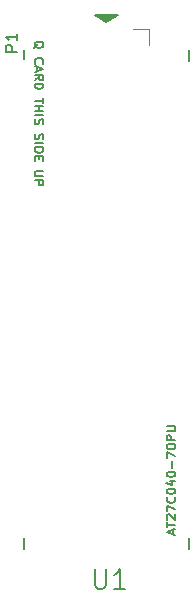
<source format=gbr>
%TF.GenerationSoftware,KiCad,Pcbnew,(6.0.7-1)-1*%
%TF.CreationDate,2023-01-02T14:41:07-08:00*%
%TF.ProjectId,QCard,51436172-642e-46b6-9963-61645f706362,rev?*%
%TF.SameCoordinates,Original*%
%TF.FileFunction,Legend,Top*%
%TF.FilePolarity,Positive*%
%FSLAX46Y46*%
G04 Gerber Fmt 4.6, Leading zero omitted, Abs format (unit mm)*
G04 Created by KiCad (PCBNEW (6.0.7-1)-1) date 2023-01-02 14:41:07*
%MOMM*%
%LPD*%
G01*
G04 APERTURE LIST*
%ADD10C,0.150000*%
%ADD11C,0.120000*%
%ADD12C,0.152400*%
G04 APERTURE END LIST*
D10*
G36*
X93500000Y-51000000D02*
G01*
X92500000Y-50400000D01*
X94500000Y-50400000D01*
X93500000Y-51000000D01*
G37*
X93500000Y-51000000D02*
X92500000Y-50400000D01*
X94500000Y-50400000D01*
X93500000Y-51000000D01*
X85952380Y-53488095D02*
X84952380Y-53488095D01*
X84952380Y-53107142D01*
X85000000Y-53011904D01*
X85047619Y-52964285D01*
X85142857Y-52916666D01*
X85285714Y-52916666D01*
X85380952Y-52964285D01*
X85428571Y-53011904D01*
X85476190Y-53107142D01*
X85476190Y-53488095D01*
X85952380Y-51964285D02*
X85952380Y-52535714D01*
X85952380Y-52250000D02*
X84952380Y-52250000D01*
X85095238Y-52345238D01*
X85190476Y-52440476D01*
X85238095Y-52535714D01*
X87339285Y-53214285D02*
X87375000Y-53142857D01*
X87446428Y-53071428D01*
X87553571Y-52964285D01*
X87589285Y-52892857D01*
X87589285Y-52821428D01*
X87410714Y-52857142D02*
X87446428Y-52785714D01*
X87517857Y-52714285D01*
X87660714Y-52678571D01*
X87910714Y-52678571D01*
X88053571Y-52714285D01*
X88125000Y-52785714D01*
X88160714Y-52857142D01*
X88160714Y-53000000D01*
X88125000Y-53071428D01*
X88053571Y-53142857D01*
X87910714Y-53178571D01*
X87660714Y-53178571D01*
X87517857Y-53142857D01*
X87446428Y-53071428D01*
X87410714Y-53000000D01*
X87410714Y-52857142D01*
X87482142Y-54500000D02*
X87446428Y-54464285D01*
X87410714Y-54357142D01*
X87410714Y-54285714D01*
X87446428Y-54178571D01*
X87517857Y-54107142D01*
X87589285Y-54071428D01*
X87732142Y-54035714D01*
X87839285Y-54035714D01*
X87982142Y-54071428D01*
X88053571Y-54107142D01*
X88125000Y-54178571D01*
X88160714Y-54285714D01*
X88160714Y-54357142D01*
X88125000Y-54464285D01*
X88089285Y-54500000D01*
X87625000Y-54785714D02*
X87625000Y-55142857D01*
X87410714Y-54714285D02*
X88160714Y-54964285D01*
X87410714Y-55214285D01*
X87410714Y-55892857D02*
X87767857Y-55642857D01*
X87410714Y-55464285D02*
X88160714Y-55464285D01*
X88160714Y-55750000D01*
X88125000Y-55821428D01*
X88089285Y-55857142D01*
X88017857Y-55892857D01*
X87910714Y-55892857D01*
X87839285Y-55857142D01*
X87803571Y-55821428D01*
X87767857Y-55750000D01*
X87767857Y-55464285D01*
X87410714Y-56214285D02*
X88160714Y-56214285D01*
X88160714Y-56392857D01*
X88125000Y-56500000D01*
X88053571Y-56571428D01*
X87982142Y-56607142D01*
X87839285Y-56642857D01*
X87732142Y-56642857D01*
X87589285Y-56607142D01*
X87517857Y-56571428D01*
X87446428Y-56500000D01*
X87410714Y-56392857D01*
X87410714Y-56214285D01*
X88160714Y-57428571D02*
X88160714Y-57857142D01*
X87410714Y-57642857D02*
X88160714Y-57642857D01*
X87410714Y-58107142D02*
X88160714Y-58107142D01*
X87803571Y-58107142D02*
X87803571Y-58535714D01*
X87410714Y-58535714D02*
X88160714Y-58535714D01*
X87410714Y-58892857D02*
X88160714Y-58892857D01*
X87446428Y-59214285D02*
X87410714Y-59321428D01*
X87410714Y-59500000D01*
X87446428Y-59571428D01*
X87482142Y-59607142D01*
X87553571Y-59642857D01*
X87625000Y-59642857D01*
X87696428Y-59607142D01*
X87732142Y-59571428D01*
X87767857Y-59500000D01*
X87803571Y-59357142D01*
X87839285Y-59285714D01*
X87875000Y-59250000D01*
X87946428Y-59214285D01*
X88017857Y-59214285D01*
X88089285Y-59250000D01*
X88125000Y-59285714D01*
X88160714Y-59357142D01*
X88160714Y-59535714D01*
X88125000Y-59642857D01*
X87446428Y-60500000D02*
X87410714Y-60607142D01*
X87410714Y-60785714D01*
X87446428Y-60857142D01*
X87482142Y-60892857D01*
X87553571Y-60928571D01*
X87625000Y-60928571D01*
X87696428Y-60892857D01*
X87732142Y-60857142D01*
X87767857Y-60785714D01*
X87803571Y-60642857D01*
X87839285Y-60571428D01*
X87875000Y-60535714D01*
X87946428Y-60500000D01*
X88017857Y-60500000D01*
X88089285Y-60535714D01*
X88125000Y-60571428D01*
X88160714Y-60642857D01*
X88160714Y-60821428D01*
X88125000Y-60928571D01*
X87410714Y-61250000D02*
X88160714Y-61250000D01*
X87410714Y-61607142D02*
X88160714Y-61607142D01*
X88160714Y-61785714D01*
X88125000Y-61892857D01*
X88053571Y-61964285D01*
X87982142Y-62000000D01*
X87839285Y-62035714D01*
X87732142Y-62035714D01*
X87589285Y-62000000D01*
X87517857Y-61964285D01*
X87446428Y-61892857D01*
X87410714Y-61785714D01*
X87410714Y-61607142D01*
X87803571Y-62357142D02*
X87803571Y-62607142D01*
X87410714Y-62714285D02*
X87410714Y-62357142D01*
X88160714Y-62357142D01*
X88160714Y-62714285D01*
X88160714Y-63607142D02*
X87553571Y-63607142D01*
X87482142Y-63642857D01*
X87446428Y-63678571D01*
X87410714Y-63750000D01*
X87410714Y-63892857D01*
X87446428Y-63964285D01*
X87482142Y-64000000D01*
X87553571Y-64035714D01*
X88160714Y-64035714D01*
X87410714Y-64392857D02*
X88160714Y-64392857D01*
X88160714Y-64678571D01*
X88125000Y-64750000D01*
X88089285Y-64785714D01*
X88017857Y-64821428D01*
X87910714Y-64821428D01*
X87839285Y-64785714D01*
X87803571Y-64750000D01*
X87767857Y-64678571D01*
X87767857Y-64392857D01*
%TO.C,U1*%
X92502488Y-97326387D02*
X92502488Y-98654312D01*
X92580601Y-98810539D01*
X92658714Y-98888652D01*
X92814941Y-98966765D01*
X93127394Y-98966765D01*
X93283620Y-98888652D01*
X93361733Y-98810539D01*
X93439847Y-98654312D01*
X93439847Y-97326387D01*
X95080225Y-98966765D02*
X94142866Y-98966765D01*
X94611545Y-98966765D02*
X94611545Y-97326387D01*
X94455319Y-97560727D01*
X94299092Y-97716953D01*
X94142866Y-97795067D01*
X99125000Y-94321428D02*
X99125000Y-93964285D01*
X99339285Y-94392857D02*
X98589285Y-94142857D01*
X99339285Y-93892857D01*
X98589285Y-93750000D02*
X98589285Y-93321428D01*
X99339285Y-93535714D02*
X98589285Y-93535714D01*
X98660714Y-93107142D02*
X98625000Y-93071428D01*
X98589285Y-93000000D01*
X98589285Y-92821428D01*
X98625000Y-92750000D01*
X98660714Y-92714285D01*
X98732142Y-92678571D01*
X98803571Y-92678571D01*
X98910714Y-92714285D01*
X99339285Y-93142857D01*
X99339285Y-92678571D01*
X98589285Y-92428571D02*
X98589285Y-91928571D01*
X99339285Y-92250000D01*
X99267857Y-91214285D02*
X99303571Y-91250000D01*
X99339285Y-91357142D01*
X99339285Y-91428571D01*
X99303571Y-91535714D01*
X99232142Y-91607142D01*
X99160714Y-91642857D01*
X99017857Y-91678571D01*
X98910714Y-91678571D01*
X98767857Y-91642857D01*
X98696428Y-91607142D01*
X98625000Y-91535714D01*
X98589285Y-91428571D01*
X98589285Y-91357142D01*
X98625000Y-91250000D01*
X98660714Y-91214285D01*
X98589285Y-90750000D02*
X98589285Y-90678571D01*
X98625000Y-90607142D01*
X98660714Y-90571428D01*
X98732142Y-90535714D01*
X98875000Y-90500000D01*
X99053571Y-90500000D01*
X99196428Y-90535714D01*
X99267857Y-90571428D01*
X99303571Y-90607142D01*
X99339285Y-90678571D01*
X99339285Y-90750000D01*
X99303571Y-90821428D01*
X99267857Y-90857142D01*
X99196428Y-90892857D01*
X99053571Y-90928571D01*
X98875000Y-90928571D01*
X98732142Y-90892857D01*
X98660714Y-90857142D01*
X98625000Y-90821428D01*
X98589285Y-90750000D01*
X98839285Y-89857142D02*
X99339285Y-89857142D01*
X98553571Y-90035714D02*
X99089285Y-90214285D01*
X99089285Y-89750000D01*
X98589285Y-89321428D02*
X98589285Y-89250000D01*
X98625000Y-89178571D01*
X98660714Y-89142857D01*
X98732142Y-89107142D01*
X98875000Y-89071428D01*
X99053571Y-89071428D01*
X99196428Y-89107142D01*
X99267857Y-89142857D01*
X99303571Y-89178571D01*
X99339285Y-89250000D01*
X99339285Y-89321428D01*
X99303571Y-89392857D01*
X99267857Y-89428571D01*
X99196428Y-89464285D01*
X99053571Y-89500000D01*
X98875000Y-89500000D01*
X98732142Y-89464285D01*
X98660714Y-89428571D01*
X98625000Y-89392857D01*
X98589285Y-89321428D01*
X99053571Y-88750000D02*
X99053571Y-88178571D01*
X98589285Y-87892857D02*
X98589285Y-87392857D01*
X99339285Y-87714285D01*
X98589285Y-86964285D02*
X98589285Y-86892857D01*
X98625000Y-86821428D01*
X98660714Y-86785714D01*
X98732142Y-86750000D01*
X98875000Y-86714285D01*
X99053571Y-86714285D01*
X99196428Y-86750000D01*
X99267857Y-86785714D01*
X99303571Y-86821428D01*
X99339285Y-86892857D01*
X99339285Y-86964285D01*
X99303571Y-87035714D01*
X99267857Y-87071428D01*
X99196428Y-87107142D01*
X99053571Y-87142857D01*
X98875000Y-87142857D01*
X98732142Y-87107142D01*
X98660714Y-87071428D01*
X98625000Y-87035714D01*
X98589285Y-86964285D01*
X99339285Y-86392857D02*
X98589285Y-86392857D01*
X98589285Y-86107142D01*
X98625000Y-86035714D01*
X98660714Y-86000000D01*
X98732142Y-85964285D01*
X98839285Y-85964285D01*
X98910714Y-86000000D01*
X98946428Y-86035714D01*
X98982142Y-86107142D01*
X98982142Y-86392857D01*
X98589285Y-85642857D02*
X99196428Y-85642857D01*
X99267857Y-85607142D01*
X99303571Y-85571428D01*
X99339285Y-85500000D01*
X99339285Y-85357142D01*
X99303571Y-85285714D01*
X99267857Y-85250000D01*
X99196428Y-85214285D01*
X98589285Y-85214285D01*
D11*
%TO.C,J1*%
X97080000Y-51595000D02*
X97080000Y-52925000D01*
X95750000Y-51595000D02*
X97080000Y-51595000D01*
D12*
%TO.C,U1*%
X86515000Y-53367200D02*
X86515000Y-54129200D01*
X100485000Y-95632800D02*
X100485000Y-94693000D01*
X100485000Y-54307000D02*
X100485000Y-53367200D01*
X86515000Y-94693000D02*
X86515000Y-95632800D01*
%TD*%
M02*

</source>
